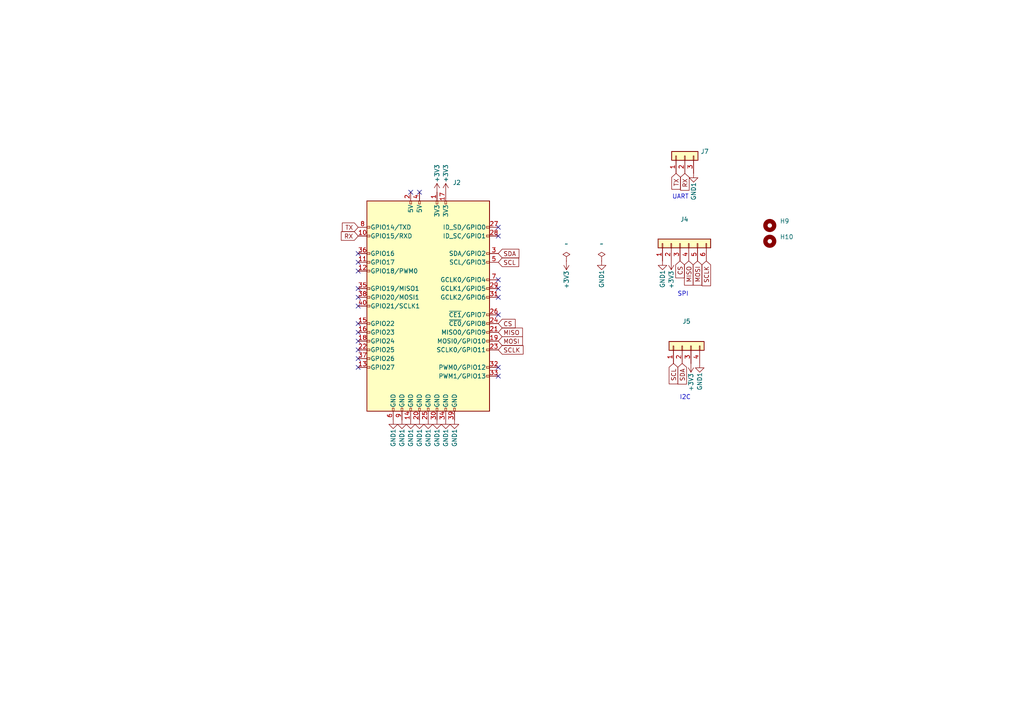
<source format=kicad_sch>
(kicad_sch (version 20211123) (generator eeschema)
  (paper "A4")
  (lib_symbols
    (symbol "Connector:Raspberry_Pi_2_3" (pin_names (offset 1.016))
      (property "Reference" "J" (at -17.78 31.75 0))
      (property "Value" "Raspberry_Pi_2_3" (at 10.16 -31.75 0))
      (symbol "Raspberry_Pi_2_3_0_1"
        (rectangle (start -17.78 30.48) (end 17.78 -30.48) (stroke (width 0.254)) (fill (type background)))
      )
      (symbol "Raspberry_Pi_2_3_1_1"
        (rectangle (start -16.891 -17.526) (end -17.78 -18.034))
        (rectangle (start -16.891 -14.986) (end -17.78 -15.494))
        (rectangle (start -16.891 -12.446) (end -17.78 -12.954))
        (rectangle (start -16.891 -9.906) (end -17.78 -10.414))
        (rectangle (start -16.891 -7.366) (end -17.78 -7.874))
        (rectangle (start -16.891 -4.826) (end -17.78 -5.334))
        (rectangle (start -16.891 0.254) (end -17.78 -0.254))
        (rectangle (start -16.891 2.794) (end -17.78 2.286))
        (rectangle (start -16.891 5.334) (end -17.78 4.826))
        (rectangle (start -16.891 10.414) (end -17.78 9.906))
        (rectangle (start -16.891 12.954) (end -17.78 12.446))
        (rectangle (start -16.891 15.494) (end -17.78 14.986))
        (rectangle (start -16.891 20.574) (end -17.78 20.066))
        (rectangle (start -16.891 23.114) (end -17.78 22.606))
        (rectangle (start -10.414 -29.591) (end -9.906 -30.48))
        (rectangle (start -7.874 -29.591) (end -7.366 -30.48))
        (rectangle (start -5.334 -29.591) (end -4.826 -30.48))
        (rectangle (start -5.334 30.48) (end -4.826 29.591))
        (rectangle (start -2.794 -29.591) (end -2.286 -30.48))
        (rectangle (start -2.794 30.48) (end -2.286 29.591))
        (rectangle (start -0.254 -29.591) (end 0.254 -30.48))
        (rectangle (start 2.286 -29.591) (end 2.794 -30.48))
        (rectangle (start 2.286 30.48) (end 2.794 29.591))
        (rectangle (start 4.826 -29.591) (end 5.334 -30.48))
        (rectangle (start 4.826 30.48) (end 5.334 29.591))
        (rectangle (start 7.366 -29.591) (end 7.874 -30.48))
        (rectangle (start 17.78 -20.066) (end 16.891 -20.574))
        (rectangle (start 17.78 -17.526) (end 16.891 -18.034))
        (rectangle (start 17.78 -12.446) (end 16.891 -12.954))
        (rectangle (start 17.78 -9.906) (end 16.891 -10.414))
        (rectangle (start 17.78 -7.366) (end 16.891 -7.874))
        (rectangle (start 17.78 -4.826) (end 16.891 -5.334))
        (rectangle (start 17.78 -2.286) (end 16.891 -2.794))
        (rectangle (start 17.78 2.794) (end 16.891 2.286))
        (rectangle (start 17.78 5.334) (end 16.891 4.826))
        (rectangle (start 17.78 7.874) (end 16.891 7.366))
        (rectangle (start 17.78 12.954) (end 16.891 12.446))
        (rectangle (start 17.78 15.494) (end 16.891 14.986))
        (rectangle (start 17.78 20.574) (end 16.891 20.066))
        (rectangle (start 17.78 23.114) (end 16.891 22.606))
        (pin power_in line (at 2.54 33.02 270) (length 2.54) (name "3V3") (number "1"))
        (pin bidirectional line (at -20.32 20.32 0) (length 2.54) (name "GPIO15/RXD") (number "10"))
        (pin bidirectional line (at -20.32 12.7 0) (length 2.54) (name "GPIO17") (number "11"))
        (pin bidirectional line (at -20.32 10.16 0) (length 2.54) (name "GPIO18/PWM0") (number "12"))
        (pin bidirectional line (at -20.32 -17.78 0) (length 2.54) (name "GPIO27") (number "13"))
        (pin power_in line (at -5.08 -33.02 90) (length 2.54) (name "GND") (number "14"))
        (pin bidirectional line (at -20.32 -5.08 0) (length 2.54) (name "GPIO22") (number "15"))
        (pin bidirectional line (at -20.32 -7.62 0) (length 2.54) (name "GPIO23") (number "16"))
        (pin power_in line (at 5.08 33.02 270) (length 2.54) (name "3V3") (number "17"))
        (pin bidirectional line (at -20.32 -10.16 0) (length 2.54) (name "GPIO24") (number "18"))
        (pin bidirectional line (at 20.32 -10.16 180) (length 2.54) (name "MOSI0/GPIO10") (number "19"))
        (pin power_in line (at -5.08 33.02 270) (length 2.54) (name "5V") (number "2"))
        (pin power_in line (at -2.54 -33.02 90) (length 2.54) (name "GND") (number "20"))
        (pin bidirectional line (at 20.32 -7.62 180) (length 2.54) (name "MISO0/GPIO9") (number "21"))
        (pin bidirectional line (at -20.32 -12.7 0) (length 2.54) (name "GPIO25") (number "22"))
        (pin bidirectional line (at 20.32 -12.7 180) (length 2.54) (name "SCLK0/GPIO11") (number "23"))
        (pin bidirectional line (at 20.32 -5.08 180) (length 2.54) (name "~{CE0}/GPIO8") (number "24"))
        (pin power_in line (at 0 -33.02 90) (length 2.54) (name "GND") (number "25"))
        (pin bidirectional line (at 20.32 -2.54 180) (length 2.54) (name "~{CE1}/GPIO7") (number "26"))
        (pin bidirectional line (at 20.32 22.86 180) (length 2.54) (name "ID_SD/GPIO0") (number "27"))
        (pin bidirectional line (at 20.32 20.32 180) (length 2.54) (name "ID_SC/GPIO1") (number "28"))
        (pin bidirectional line (at 20.32 5.08 180) (length 2.54) (name "GCLK1/GPIO5") (number "29"))
        (pin bidirectional line (at 20.32 15.24 180) (length 2.54) (name "SDA/GPIO2") (number "3"))
        (pin power_in line (at 2.54 -33.02 90) (length 2.54) (name "GND") (number "30"))
        (pin bidirectional line (at 20.32 2.54 180) (length 2.54) (name "GCLK2/GPIO6") (number "31"))
        (pin bidirectional line (at 20.32 -17.78 180) (length 2.54) (name "PWM0/GPIO12") (number "32"))
        (pin bidirectional line (at 20.32 -20.32 180) (length 2.54) (name "PWM1/GPIO13") (number "33"))
        (pin power_in line (at 5.08 -33.02 90) (length 2.54) (name "GND") (number "34"))
        (pin bidirectional line (at -20.32 5.08 0) (length 2.54) (name "GPIO19/MISO1") (number "35"))
        (pin bidirectional line (at -20.32 15.24 0) (length 2.54) (name "GPIO16") (number "36"))
        (pin bidirectional line (at -20.32 -15.24 0) (length 2.54) (name "GPIO26") (number "37"))
        (pin bidirectional line (at -20.32 2.54 0) (length 2.54) (name "GPIO20/MOSI1") (number "38"))
        (pin power_in line (at 7.62 -33.02 90) (length 2.54) (name "GND") (number "39"))
        (pin power_in line (at -2.54 33.02 270) (length 2.54) (name "5V") (number "4"))
        (pin bidirectional line (at -20.32 0 0) (length 2.54) (name "GPIO21/SCLK1") (number "40"))
        (pin bidirectional line (at 20.32 12.7 180) (length 2.54) (name "SCL/GPIO3") (number "5"))
        (pin power_in line (at -10.16 -33.02 90) (length 2.54) (name "GND") (number "6"))
        (pin bidirectional line (at 20.32 7.62 180) (length 2.54) (name "GCLK0/GPIO4") (number "7"))
        (pin bidirectional line (at -20.32 22.86 0) (length 2.54) (name "GPIO14/TXD") (number "8"))
        (pin power_in line (at -7.62 -33.02 90) (length 2.54) (name "GND") (number "9"))
      )
    )
    (symbol "Connector_Generic:Conn_01x03" (pin_names (offset 1.016) hide)
      (property "Reference" "J" (at 0 5.08 0))
      (property "Value" "Conn_01x03" (at 0 -5.08 0))
      (symbol "Conn_01x03_1_1"
        (rectangle (start -1.27 -2.413) (end 0 -2.667) (stroke (width 0.1524)))
        (rectangle (start -1.27 0.127) (end 0 -0.127) (stroke (width 0.1524)))
        (rectangle (start -1.27 2.667) (end 0 2.413) (stroke (width 0.1524)))
        (rectangle (start -1.27 3.81) (end 1.27 -3.81) (stroke (width 0.254)) (fill (type background)))
        (pin passive line (at -5.08 2.54 0) (length 3.81) (name "Pin_1") (number "1"))
        (pin passive line (at -5.08 0 0) (length 3.81) (name "Pin_2") (number "2"))
        (pin passive line (at -5.08 -2.54 0) (length 3.81) (name "Pin_3") (number "3"))
      )
    )
    (symbol "Connector_Generic:Conn_01x04" (pin_names (offset 1.016) hide)
      (property "Reference" "J" (at 0 5.08 0))
      (property "Value" "Conn_01x04" (at 0 -7.62 0))
      (symbol "Conn_01x04_1_1"
        (rectangle (start -1.27 -4.953) (end 0 -5.207) (stroke (width 0.1524)))
        (rectangle (start -1.27 -2.413) (end 0 -2.667) (stroke (width 0.1524)))
        (rectangle (start -1.27 0.127) (end 0 -0.127) (stroke (width 0.1524)))
        (rectangle (start -1.27 2.667) (end 0 2.413) (stroke (width 0.1524)))
        (rectangle (start -1.27 3.81) (end 1.27 -6.35) (stroke (width 0.254)) (fill (type background)))
        (pin passive line (at -5.08 2.54 0) (length 3.81) (name "Pin_1") (number "1"))
        (pin passive line (at -5.08 0 0) (length 3.81) (name "Pin_2") (number "2"))
        (pin passive line (at -5.08 -2.54 0) (length 3.81) (name "Pin_3") (number "3"))
        (pin passive line (at -5.08 -5.08 0) (length 3.81) (name "Pin_4") (number "4"))
      )
    )
    (symbol "Connector_Generic:Conn_01x06" (pin_names (offset 1.016) hide)
      (property "Reference" "J" (at 0 7.62 0))
      (property "Value" "Conn_01x06" (at 0 -10.16 0))
      (symbol "Conn_01x06_1_1"
        (rectangle (start -1.27 -7.493) (end 0 -7.747) (stroke (width 0.1524)))
        (rectangle (start -1.27 -4.953) (end 0 -5.207) (stroke (width 0.1524)))
        (rectangle (start -1.27 -2.413) (end 0 -2.667) (stroke (width 0.1524)))
        (rectangle (start -1.27 0.127) (end 0 -0.127) (stroke (width 0.1524)))
        (rectangle (start -1.27 2.667) (end 0 2.413) (stroke (width 0.1524)))
        (rectangle (start -1.27 5.207) (end 0 4.953) (stroke (width 0.1524)))
        (rectangle (start -1.27 6.35) (end 1.27 -8.89) (stroke (width 0.254)) (fill (type background)))
        (pin passive line (at -5.08 5.08 0) (length 3.81) (name "Pin_1") (number "1"))
        (pin passive line (at -5.08 2.54 0) (length 3.81) (name "Pin_2") (number "2"))
        (pin passive line (at -5.08 0 0) (length 3.81) (name "Pin_3") (number "3"))
        (pin passive line (at -5.08 -2.54 0) (length 3.81) (name "Pin_4") (number "4"))
        (pin passive line (at -5.08 -5.08 0) (length 3.81) (name "Pin_5") (number "5"))
        (pin passive line (at -5.08 -7.62 0) (length 3.81) (name "Pin_6") (number "6"))
      )
    )
    (symbol "Mechanical:MountingHole" (pin_names (offset 1.016))
      (property "Reference" "H" (at 0 5.08 0))
      (property "Value" "MountingHole" (at 0 3.175 0))
      (symbol "MountingHole_0_1"
        (circle (center 0 0) (radius 1.27) (stroke (width 1.27)))
      )
    )
    (symbol "power:+3V3" (power) (pin_names (offset 0))
      (property "Value" "+3V3" (at 0 3.556 0))
      (symbol "+3V3_0_1"
        (polyline (pts (xy -0.762 1.27) (xy 0 2.54)))
        (polyline (pts (xy 0 0) (xy 0 2.54)))
        (polyline (pts (xy 0 2.54) (xy 0.762 1.27)))
      )
      (symbol "+3V3_1_1"
        (pin power_in line (at 0 0 90) (length 0) hide (name "+3V3") (number "1"))
      )
    )
    (symbol "power:GND1" (power) (pin_names (offset 0))
      (property "Value" "GND1" (at 0 -3.81 0))
      (symbol "GND1_0_1"
        (polyline (pts (xy 0 0) (xy 0 -1.27) (xy 1.27 -1.27) (xy 0 -2.54) (xy -1.27 -1.27) (xy 0 -1.27)))
      )
      (symbol "GND1_1_1"
        (pin power_in line (at 0 0 270) (length 0) hide (name "GND1") (number "1"))
      )
    )
    (symbol "power:PWR_FLAG" (power) (pin_numbers hide) (pin_names (offset 0) hide)
      (property "Value" "PWR_FLAG" (at 0 3.81 0))
      (symbol "PWR_FLAG_0_0"
        (pin power_out line (at 0 0 90) (length 0) (name "pwr") (number "1"))
      )
      (symbol "PWR_FLAG_0_1"
        (polyline (pts (xy 0 0) (xy 0 1.27) (xy -1.016 1.905) (xy 0 2.54) (xy 1.016 1.905) (xy 0 1.27)))
      )
    )
  )
  (no_connect (at 144.526 68.453))
  (no_connect (at 103.886 88.773))
  (no_connect (at 103.886 73.533))
  (no_connect (at 119.126 55.753))
  (no_connect (at 103.886 93.853))
  (no_connect (at 103.886 98.933))
  (no_connect (at 103.886 101.473))
  (no_connect (at 144.526 106.553))
  (no_connect (at 144.526 109.093))
  (no_connect (at 121.666 55.753))
  (no_connect (at 103.886 76.073))
  (no_connect (at 103.886 86.233))
  (no_connect (at 103.886 104.013))
  (no_connect (at 144.526 91.313))
  (no_connect (at 103.886 96.393))
  (no_connect (at 103.886 78.613))
  (no_connect (at 144.526 83.693))
  (no_connect (at 144.526 81.153))
  (no_connect (at 144.526 86.233))
  (no_connect (at 144.526 65.913))
  (no_connect (at 103.886 106.553))
  (no_connect (at 103.886 83.693))
  (text "I2C" (at 197.104 116.078 0) (effects (font (size 1.27 1.27)) (justify left bottom)))
  (text "UART" (at 194.945 57.912 0) (effects (font (size 1.27 1.27)) (justify left bottom)))
  (text "SPI" (at 196.469 86.106 0) (effects (font (size 1.27 1.27)) (justify left bottom)))
  (global_label "TX" (shape input) (at 103.886 65.913 180) (property "Intersheet References" "${INTERSHEET_REFS}" (effects hide)))
  (global_label "SCL" (shape input) (at 144.526 76.073 0) (property "Intersheet References" "${INTERSHEET_REFS}" (effects hide)))
  (global_label "MOSI" (shape input) (at 144.526 98.933 0) (property "Intersheet References" "${INTERSHEET_REFS}" (effects hide)))
  (global_label "TX" (shape input) (at 196.088 50.292 270) (property "Intersheet References" "${INTERSHEET_REFS}" (effects hide)))
  (global_label "MISO" (shape input) (at 199.771 75.692 270) (property "Intersheet References" "${INTERSHEET_REFS}" (effects hide)))
  (global_label "SCLK" (shape input) (at 144.526 101.473 0) (property "Intersheet References" "${INTERSHEET_REFS}" (effects hide)))
  (global_label "SCLK" (shape input) (at 204.851 75.692 270) (property "Intersheet References" "${INTERSHEET_REFS}" (effects hide)))
  (global_label "SDA" (shape input) (at 197.866 105.41 270) (property "Intersheet References" "${INTERSHEET_REFS}" (effects hide)))
  (global_label "SCL" (shape input) (at 195.326 105.41 270) (property "Intersheet References" "${INTERSHEET_REFS}" (effects hide)))
  (global_label "RX" (shape input) (at 198.628 50.292 270) (property "Intersheet References" "${INTERSHEET_REFS}" (effects hide)))
  (global_label "CS" (shape input) (at 197.231 75.692 270) (property "Intersheet References" "${INTERSHEET_REFS}" (effects hide)))
  (global_label "CS" (shape input) (at 144.526 93.853 0) (property "Intersheet References" "${INTERSHEET_REFS}" (effects hide)))
  (global_label "SDA" (shape input) (at 144.526 73.533 0) (property "Intersheet References" "${INTERSHEET_REFS}" (effects hide)))
  (global_label "MOSI" (shape input) (at 202.311 75.692 270) (property "Intersheet References" "${INTERSHEET_REFS}" (effects hide)))
  (global_label "RX" (shape input) (at 103.886 68.453 180) (property "Intersheet References" "${INTERSHEET_REFS}" (effects hide)))
  (global_label "MISO" (shape input) (at 144.526 96.393 0) (property "Intersheet References" "${INTERSHEET_REFS}" (effects hide)))
  (symbol (lib_id "Mechanical:MountingHole") (at 223.266 69.977 0) (unit 1)
    (property "Reference" "H10" (at 226.187 68.7069 0) (effects (justify left)))
  )
  (symbol (lib_id "power:+3V3") (at 194.691 75.692 180) (unit 1)
    (property "Reference" "#PWR0103" (effects hide))
  )
  (symbol (lib_id "power:PWR_FLAG") (at 174.498 75.692 0) (unit 1)
    (property "Reference" "#FLG0102" (effects hide))
  )
  (symbol (lib_id "Mechanical:MountingHole") (at 223.266 65.405 0) (unit 1)
    (property "Reference" "H9" (at 226.187 64.1349 0) (effects (justify left)))
  )
  (symbol (lib_id "power:GND1") (at 126.746 121.793 0) (unit 1)
    (property "Reference" "#PWR0110" (effects hide))
  )
  (symbol (lib_id "power:GND1") (at 201.168 50.292 0) (unit 1)
    (property "Reference" "#PWR0105" (effects hide))
  )
  (symbol (lib_id "power:+3V3") (at 126.746 55.753 0) (unit 1)
    (property "Reference" "#PWR0116" (effects hide))
  )
  (symbol (lib_id "power:+3V3") (at 200.406 105.41 180) (unit 1)
    (property "Reference" "#PWR0101" (effects hide))
  )
  (symbol (lib_id "power:GND1") (at 174.498 75.692 0) (unit 1)
    (property "Reference" "#PWR0106" (effects hide))
  )
  (symbol (lib_id "power:GND1") (at 124.206 121.793 0) (unit 1)
    (property "Reference" "#PWR0111" (effects hide))
  )
  (symbol (lib_id "power:GND1") (at 119.126 121.793 0) (unit 1)
    (property "Reference" "#PWR0112" (effects hide))
  )
  (symbol (lib_id "Connector_Generic:Conn_01x03") (at 198.628 45.212 90) (unit 1)
    (property "Reference" "J7" (at 203.2 43.9419 90) (effects (justify right)))
  )
  (symbol (lib_id "power:GND1") (at 121.666 121.793 0) (unit 1)
    (property "Reference" "#PWR0113" (effects hide))
  )
  (symbol (lib_id "Connector:Raspberry_Pi_2_3") (at 124.206 88.773 0) (unit 1)
    (property "Reference" "J2" (at 131.3054 52.959 0) (effects (justify left)))
    (property "Datasheet" "https://www.raspberrypi.org/documentation/hardware/raspberrypi/schematics/rpi_SCH_3bplus_1p0_reduced.pdf" (effects hide))
  )
  (symbol (lib_id "power:GND1") (at 131.826 121.793 0) (unit 1)
    (property "Reference" "#PWR0114" (effects hide))
  )
  (symbol (lib_id "power:GND1") (at 114.046 121.793 0) (unit 1)
    (property "Reference" "#PWR0108" (effects hide))
  )
  (symbol (lib_id "power:PWR_FLAG") (at 164.2822 75.704 0) (unit 1)
    (property "Reference" "#FLG0101" (effects hide))
  )
  (symbol (lib_id "power:+3V3") (at 164.2822 75.704 180) (unit 1)
    (property "Reference" "#PWR0107" (effects hide))
  )
  (symbol (lib_id "power:GND1") (at 192.151 75.692 0) (unit 1)
    (property "Reference" "#PWR0104" (effects hide))
  )
  (symbol (lib_id "power:GND1") (at 129.286 121.793 0) (unit 1)
    (property "Reference" "#PWR0109" (effects hide))
  )
  (symbol (lib_id "Connector_Generic:Conn_01x06") (at 197.231 70.612 90) (unit 1)
    (property "Reference" "J4" (at 198.501 63.627 90))
  )
  (symbol (lib_id "power:+3V3") (at 129.286 55.753 0) (unit 1)
    (property "Reference" "#PWR0117" (effects hide))
  )
  (symbol (lib_id "power:GND1") (at 116.586 121.793 0) (unit 1)
    (property "Reference" "#PWR0115" (effects hide))
  )
  (symbol (lib_id "Connector_Generic:Conn_01x04") (at 197.866 100.33 90) (unit 1)
    (property "Reference" "J5" (at 199.136 93.218 90))
  )
  (symbol (lib_id "power:GND1") (at 202.946 105.41 0) (unit 1)
    (property "Reference" "#PWR0102" (effects hide))
  )
)
</source>
